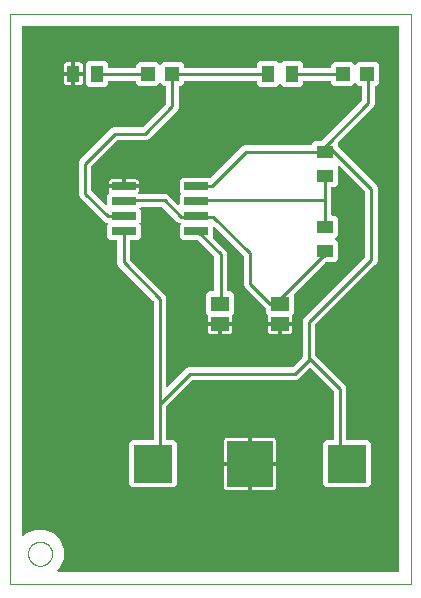
<source format=gtl>
G04 EAGLE Gerber RS-274X export*
G75*
%MOMM*%
%FSLAX34Y34*%
%LPD*%
%INTop Copper*%
%IPPOS*%
%AMOC8*
5,1,8,0,0,1.08239X$1,22.5*%
G01*
%ADD10C,0.000000*%
%ADD11R,1.500000X1.300000*%
%ADD12R,2.032000X0.660400*%
%ADD13R,1.200000X1.200000*%
%ADD14R,1.400000X1.100000*%
%ADD15R,1.100000X1.400000*%
%ADD16R,3.900000X3.900000*%
%ADD17R,3.200000X3.200000*%
%ADD18C,0.254000*%
%ADD19C,0.756400*%

G36*
X328698Y10164D02*
X328698Y10164D01*
X328717Y10162D01*
X328819Y10184D01*
X328921Y10200D01*
X328938Y10210D01*
X328958Y10214D01*
X329047Y10267D01*
X329138Y10316D01*
X329152Y10330D01*
X329169Y10340D01*
X329236Y10419D01*
X329308Y10494D01*
X329316Y10512D01*
X329329Y10527D01*
X329368Y10623D01*
X329411Y10717D01*
X329413Y10737D01*
X329421Y10755D01*
X329439Y10922D01*
X329439Y471578D01*
X329436Y471598D01*
X329438Y471617D01*
X329416Y471719D01*
X329400Y471821D01*
X329390Y471838D01*
X329386Y471858D01*
X329333Y471947D01*
X329284Y472038D01*
X329270Y472052D01*
X329260Y472069D01*
X329181Y472136D01*
X329106Y472208D01*
X329088Y472216D01*
X329073Y472229D01*
X328977Y472268D01*
X328883Y472311D01*
X328863Y472313D01*
X328845Y472321D01*
X328678Y472339D01*
X10922Y472339D01*
X10902Y472336D01*
X10883Y472338D01*
X10781Y472316D01*
X10679Y472300D01*
X10662Y472290D01*
X10642Y472286D01*
X10553Y472233D01*
X10462Y472184D01*
X10448Y472170D01*
X10431Y472160D01*
X10364Y472081D01*
X10292Y472006D01*
X10284Y471988D01*
X10271Y471973D01*
X10232Y471877D01*
X10189Y471783D01*
X10187Y471763D01*
X10179Y471745D01*
X10161Y471578D01*
X10161Y40736D01*
X10172Y40666D01*
X10174Y40594D01*
X10192Y40545D01*
X10200Y40494D01*
X10234Y40430D01*
X10259Y40363D01*
X10291Y40322D01*
X10316Y40276D01*
X10368Y40227D01*
X10412Y40171D01*
X10456Y40143D01*
X10494Y40107D01*
X10559Y40077D01*
X10619Y40038D01*
X10670Y40025D01*
X10717Y40003D01*
X10788Y39995D01*
X10858Y39978D01*
X10910Y39982D01*
X10961Y39976D01*
X11032Y39991D01*
X11103Y39997D01*
X11151Y40017D01*
X11202Y40028D01*
X11263Y40065D01*
X11329Y40093D01*
X11385Y40138D01*
X11413Y40155D01*
X11428Y40172D01*
X11460Y40198D01*
X13889Y42627D01*
X21358Y45721D01*
X29442Y45721D01*
X36911Y42627D01*
X42627Y36911D01*
X45721Y29442D01*
X45721Y21358D01*
X42627Y13889D01*
X40198Y11460D01*
X40156Y11402D01*
X40107Y11350D01*
X40085Y11303D01*
X40055Y11261D01*
X40033Y11192D01*
X40003Y11127D01*
X39998Y11075D01*
X39982Y11025D01*
X39984Y10954D01*
X39976Y10883D01*
X39987Y10832D01*
X39989Y10780D01*
X40013Y10712D01*
X40028Y10642D01*
X40055Y10597D01*
X40073Y10549D01*
X40118Y10493D01*
X40155Y10431D01*
X40194Y10397D01*
X40227Y10357D01*
X40287Y10318D01*
X40342Y10271D01*
X40390Y10252D01*
X40434Y10224D01*
X40503Y10206D01*
X40570Y10179D01*
X40641Y10171D01*
X40672Y10163D01*
X40695Y10165D01*
X40736Y10161D01*
X328678Y10161D01*
X328698Y10164D01*
G37*
%LPC*%
G36*
X103516Y81535D02*
X103516Y81535D01*
X101135Y83916D01*
X101135Y119284D01*
X103516Y121665D01*
X120904Y121665D01*
X120924Y121668D01*
X120943Y121666D01*
X121045Y121688D01*
X121147Y121704D01*
X121164Y121714D01*
X121184Y121718D01*
X121273Y121771D01*
X121364Y121820D01*
X121378Y121834D01*
X121395Y121844D01*
X121462Y121923D01*
X121534Y121998D01*
X121542Y122016D01*
X121555Y122031D01*
X121594Y122127D01*
X121637Y122221D01*
X121639Y122241D01*
X121647Y122259D01*
X121665Y122426D01*
X121665Y238775D01*
X121651Y238865D01*
X121643Y238956D01*
X121631Y238986D01*
X121626Y239018D01*
X121583Y239098D01*
X121547Y239182D01*
X121521Y239214D01*
X121510Y239235D01*
X121487Y239257D01*
X121442Y239313D01*
X91743Y269012D01*
X90931Y270973D01*
X90931Y290322D01*
X90929Y290333D01*
X90930Y290340D01*
X90929Y290347D01*
X90930Y290361D01*
X90908Y290463D01*
X90892Y290565D01*
X90882Y290582D01*
X90878Y290602D01*
X90825Y290691D01*
X90776Y290782D01*
X90762Y290796D01*
X90752Y290813D01*
X90673Y290880D01*
X90598Y290952D01*
X90580Y290960D01*
X90565Y290973D01*
X90469Y291012D01*
X90375Y291055D01*
X90355Y291057D01*
X90337Y291065D01*
X90170Y291083D01*
X84422Y291083D01*
X82041Y293464D01*
X82041Y303436D01*
X82867Y304262D01*
X82879Y304278D01*
X82895Y304290D01*
X82951Y304378D01*
X83011Y304461D01*
X83017Y304481D01*
X83028Y304497D01*
X83053Y304598D01*
X83083Y304697D01*
X83083Y304717D01*
X83088Y304736D01*
X83080Y304839D01*
X83077Y304942D01*
X83070Y304961D01*
X83068Y304981D01*
X83028Y305076D01*
X82992Y305173D01*
X82980Y305189D01*
X82972Y305207D01*
X82867Y305338D01*
X82613Y305592D01*
X82539Y305645D01*
X82470Y305705D01*
X82440Y305717D01*
X82414Y305736D01*
X82327Y305763D01*
X82242Y305797D01*
X82201Y305801D01*
X82178Y305808D01*
X82146Y305807D01*
X82075Y305815D01*
X81489Y305815D01*
X79528Y306627D01*
X58977Y327178D01*
X58165Y329139D01*
X58165Y356661D01*
X58977Y358622D01*
X85878Y385523D01*
X87839Y386335D01*
X111775Y386335D01*
X111865Y386349D01*
X111956Y386357D01*
X111986Y386369D01*
X112018Y386374D01*
X112098Y386417D01*
X112182Y386453D01*
X112214Y386479D01*
X112235Y386490D01*
X112257Y386513D01*
X112313Y386558D01*
X131942Y406187D01*
X131995Y406261D01*
X132055Y406330D01*
X132067Y406360D01*
X132086Y406387D01*
X132113Y406473D01*
X132147Y406558D01*
X132151Y406599D01*
X132158Y406622D01*
X132157Y406654D01*
X132165Y406725D01*
X132165Y420974D01*
X132162Y420994D01*
X132164Y421013D01*
X132142Y421115D01*
X132126Y421217D01*
X132116Y421234D01*
X132112Y421254D01*
X132059Y421343D01*
X132010Y421434D01*
X131996Y421448D01*
X131986Y421465D01*
X131907Y421532D01*
X131832Y421604D01*
X131814Y421612D01*
X131799Y421625D01*
X131703Y421664D01*
X131609Y421707D01*
X131589Y421709D01*
X131571Y421717D01*
X131404Y421735D01*
X129816Y421735D01*
X127538Y424013D01*
X127522Y424025D01*
X127510Y424041D01*
X127422Y424097D01*
X127339Y424157D01*
X127320Y424163D01*
X127303Y424174D01*
X127202Y424199D01*
X127103Y424229D01*
X127084Y424229D01*
X127064Y424234D01*
X126961Y424226D01*
X126858Y424223D01*
X126839Y424216D01*
X126819Y424214D01*
X126724Y424174D01*
X126627Y424138D01*
X126611Y424126D01*
X126593Y424118D01*
X126462Y424013D01*
X124184Y421735D01*
X108816Y421735D01*
X106435Y424116D01*
X106435Y425196D01*
X106432Y425216D01*
X106434Y425235D01*
X106412Y425337D01*
X106396Y425439D01*
X106386Y425456D01*
X106382Y425476D01*
X106329Y425565D01*
X106280Y425656D01*
X106266Y425670D01*
X106256Y425687D01*
X106177Y425754D01*
X106102Y425826D01*
X106084Y425834D01*
X106069Y425847D01*
X105973Y425886D01*
X105879Y425929D01*
X105859Y425931D01*
X105841Y425939D01*
X105674Y425957D01*
X83826Y425957D01*
X83806Y425954D01*
X83787Y425956D01*
X83685Y425934D01*
X83583Y425918D01*
X83566Y425908D01*
X83546Y425904D01*
X83457Y425851D01*
X83366Y425802D01*
X83352Y425788D01*
X83335Y425778D01*
X83268Y425699D01*
X83196Y425624D01*
X83188Y425606D01*
X83175Y425591D01*
X83136Y425495D01*
X83093Y425401D01*
X83091Y425381D01*
X83083Y425363D01*
X83065Y425196D01*
X83065Y423116D01*
X80684Y420735D01*
X66316Y420735D01*
X63935Y423116D01*
X63935Y440484D01*
X66316Y442865D01*
X80684Y442865D01*
X83065Y440484D01*
X83065Y437388D01*
X83068Y437368D01*
X83066Y437349D01*
X83088Y437247D01*
X83104Y437145D01*
X83114Y437128D01*
X83118Y437108D01*
X83171Y437019D01*
X83220Y436928D01*
X83234Y436914D01*
X83244Y436897D01*
X83323Y436830D01*
X83398Y436758D01*
X83416Y436750D01*
X83431Y436737D01*
X83527Y436698D01*
X83621Y436655D01*
X83641Y436653D01*
X83659Y436645D01*
X83826Y436627D01*
X105674Y436627D01*
X105694Y436630D01*
X105713Y436628D01*
X105815Y436650D01*
X105917Y436666D01*
X105934Y436676D01*
X105954Y436680D01*
X106043Y436733D01*
X106134Y436782D01*
X106148Y436796D01*
X106165Y436806D01*
X106232Y436885D01*
X106304Y436960D01*
X106312Y436978D01*
X106325Y436993D01*
X106364Y437089D01*
X106407Y437183D01*
X106409Y437203D01*
X106417Y437221D01*
X106435Y437388D01*
X106435Y439484D01*
X108816Y441865D01*
X124184Y441865D01*
X126462Y439587D01*
X126478Y439575D01*
X126490Y439559D01*
X126578Y439503D01*
X126661Y439443D01*
X126680Y439437D01*
X126697Y439426D01*
X126798Y439401D01*
X126897Y439371D01*
X126916Y439371D01*
X126936Y439366D01*
X127039Y439374D01*
X127142Y439377D01*
X127161Y439384D01*
X127181Y439386D01*
X127276Y439426D01*
X127373Y439462D01*
X127389Y439474D01*
X127407Y439482D01*
X127538Y439587D01*
X129816Y441865D01*
X145184Y441865D01*
X147565Y439484D01*
X147565Y437388D01*
X147568Y437368D01*
X147566Y437349D01*
X147588Y437247D01*
X147604Y437145D01*
X147614Y437128D01*
X147618Y437108D01*
X147671Y437019D01*
X147720Y436928D01*
X147734Y436914D01*
X147744Y436897D01*
X147823Y436830D01*
X147898Y436758D01*
X147916Y436750D01*
X147931Y436737D01*
X148027Y436698D01*
X148121Y436655D01*
X148141Y436653D01*
X148159Y436645D01*
X148326Y436627D01*
X208274Y436627D01*
X208294Y436630D01*
X208313Y436628D01*
X208415Y436650D01*
X208517Y436666D01*
X208534Y436676D01*
X208554Y436680D01*
X208643Y436733D01*
X208734Y436782D01*
X208748Y436796D01*
X208765Y436806D01*
X208832Y436885D01*
X208904Y436960D01*
X208912Y436978D01*
X208925Y436993D01*
X208964Y437089D01*
X209007Y437183D01*
X209009Y437203D01*
X209017Y437221D01*
X209035Y437388D01*
X209035Y440484D01*
X211416Y442865D01*
X225784Y442865D01*
X228062Y440587D01*
X228078Y440575D01*
X228090Y440559D01*
X228178Y440503D01*
X228261Y440443D01*
X228280Y440437D01*
X228297Y440426D01*
X228398Y440401D01*
X228497Y440371D01*
X228516Y440371D01*
X228536Y440366D01*
X228639Y440374D01*
X228742Y440377D01*
X228761Y440384D01*
X228781Y440386D01*
X228876Y440426D01*
X228973Y440462D01*
X228989Y440474D01*
X229007Y440482D01*
X229138Y440587D01*
X231416Y442865D01*
X245784Y442865D01*
X248165Y440484D01*
X248165Y437388D01*
X248168Y437368D01*
X248166Y437349D01*
X248188Y437247D01*
X248204Y437145D01*
X248214Y437128D01*
X248218Y437108D01*
X248271Y437019D01*
X248320Y436928D01*
X248334Y436914D01*
X248344Y436897D01*
X248423Y436830D01*
X248498Y436758D01*
X248516Y436750D01*
X248531Y436737D01*
X248627Y436698D01*
X248721Y436655D01*
X248741Y436653D01*
X248759Y436645D01*
X248926Y436627D01*
X270774Y436627D01*
X270794Y436630D01*
X270813Y436628D01*
X270915Y436650D01*
X271017Y436666D01*
X271034Y436676D01*
X271054Y436680D01*
X271143Y436733D01*
X271234Y436782D01*
X271248Y436796D01*
X271265Y436806D01*
X271332Y436885D01*
X271404Y436960D01*
X271412Y436978D01*
X271425Y436993D01*
X271464Y437089D01*
X271507Y437183D01*
X271509Y437203D01*
X271517Y437221D01*
X271535Y437388D01*
X271535Y439484D01*
X273916Y441865D01*
X289284Y441865D01*
X291562Y439587D01*
X291578Y439575D01*
X291590Y439559D01*
X291678Y439503D01*
X291761Y439443D01*
X291780Y439437D01*
X291797Y439426D01*
X291898Y439401D01*
X291997Y439371D01*
X292016Y439371D01*
X292036Y439366D01*
X292139Y439374D01*
X292242Y439377D01*
X292261Y439384D01*
X292281Y439386D01*
X292376Y439426D01*
X292473Y439462D01*
X292489Y439474D01*
X292507Y439482D01*
X292638Y439587D01*
X294916Y441865D01*
X310284Y441865D01*
X312665Y439484D01*
X312665Y424116D01*
X310284Y421735D01*
X309372Y421735D01*
X309352Y421732D01*
X309333Y421734D01*
X309231Y421712D01*
X309129Y421696D01*
X309112Y421686D01*
X309092Y421682D01*
X309003Y421629D01*
X308912Y421580D01*
X308898Y421566D01*
X308881Y421556D01*
X308814Y421477D01*
X308742Y421402D01*
X308734Y421384D01*
X308721Y421369D01*
X308682Y421273D01*
X308639Y421179D01*
X308637Y421159D01*
X308629Y421141D01*
X308611Y420974D01*
X308611Y405847D01*
X307799Y403886D01*
X277769Y373856D01*
X277757Y373840D01*
X277742Y373828D01*
X277685Y373740D01*
X277625Y373657D01*
X277619Y373638D01*
X277609Y373621D01*
X277583Y373520D01*
X277553Y373421D01*
X277553Y373402D01*
X277548Y373382D01*
X277556Y373279D01*
X277559Y373176D01*
X277566Y373157D01*
X277568Y373137D01*
X277608Y373042D01*
X277644Y372945D01*
X277656Y372929D01*
X277664Y372911D01*
X277765Y372785D01*
X277765Y370175D01*
X277779Y370085D01*
X277787Y369994D01*
X277799Y369964D01*
X277804Y369932D01*
X277847Y369852D01*
X277883Y369768D01*
X277909Y369736D01*
X277920Y369715D01*
X277943Y369693D01*
X277988Y369637D01*
X310339Y337286D01*
X311151Y335325D01*
X311151Y273259D01*
X310339Y271298D01*
X308731Y269690D01*
X258542Y219501D01*
X258489Y219427D01*
X258429Y219358D01*
X258417Y219328D01*
X258398Y219302D01*
X258371Y219215D01*
X258337Y219130D01*
X258333Y219089D01*
X258326Y219066D01*
X258327Y219034D01*
X258319Y218963D01*
X258319Y194041D01*
X258333Y193951D01*
X258341Y193860D01*
X258353Y193830D01*
X258358Y193798D01*
X258401Y193718D01*
X258437Y193634D01*
X258463Y193602D01*
X258474Y193581D01*
X258497Y193559D01*
X258542Y193503D01*
X283923Y168122D01*
X284735Y166161D01*
X284735Y122426D01*
X284738Y122406D01*
X284736Y122387D01*
X284758Y122285D01*
X284774Y122183D01*
X284784Y122166D01*
X284788Y122146D01*
X284841Y122057D01*
X284890Y121966D01*
X284904Y121952D01*
X284914Y121935D01*
X284993Y121868D01*
X285068Y121796D01*
X285086Y121788D01*
X285101Y121775D01*
X285197Y121736D01*
X285291Y121693D01*
X285311Y121691D01*
X285329Y121683D01*
X285496Y121665D01*
X302884Y121665D01*
X305265Y119284D01*
X305265Y83916D01*
X302884Y81535D01*
X267516Y81535D01*
X265135Y83916D01*
X265135Y119284D01*
X267516Y121665D01*
X273304Y121665D01*
X273324Y121668D01*
X273343Y121666D01*
X273445Y121688D01*
X273547Y121704D01*
X273564Y121714D01*
X273584Y121718D01*
X273673Y121771D01*
X273764Y121820D01*
X273778Y121834D01*
X273795Y121844D01*
X273862Y121923D01*
X273934Y121998D01*
X273942Y122016D01*
X273955Y122031D01*
X273994Y122127D01*
X274037Y122221D01*
X274039Y122241D01*
X274047Y122259D01*
X274065Y122426D01*
X274065Y162575D01*
X274051Y162665D01*
X274043Y162756D01*
X274031Y162786D01*
X274026Y162818D01*
X273983Y162898D01*
X273947Y162982D01*
X273921Y163014D01*
X273910Y163035D01*
X273887Y163057D01*
X273842Y163113D01*
X254538Y182417D01*
X254522Y182429D01*
X254510Y182444D01*
X254422Y182501D01*
X254339Y182561D01*
X254320Y182567D01*
X254303Y182577D01*
X254202Y182603D01*
X254103Y182633D01*
X254084Y182633D01*
X254064Y182638D01*
X253961Y182629D01*
X253858Y182627D01*
X253839Y182620D01*
X253819Y182618D01*
X253724Y182578D01*
X253627Y182542D01*
X253611Y182530D01*
X253593Y182522D01*
X253462Y182417D01*
X244322Y173277D01*
X242361Y172465D01*
X154925Y172465D01*
X154835Y172451D01*
X154744Y172443D01*
X154714Y172431D01*
X154682Y172426D01*
X154602Y172383D01*
X154518Y172347D01*
X154486Y172321D01*
X154465Y172310D01*
X154443Y172287D01*
X154387Y172242D01*
X132558Y150413D01*
X132505Y150339D01*
X132445Y150270D01*
X132433Y150240D01*
X132414Y150213D01*
X132387Y150127D01*
X132353Y150042D01*
X132349Y150001D01*
X132342Y149978D01*
X132343Y149946D01*
X132335Y149875D01*
X132335Y122426D01*
X132338Y122406D01*
X132336Y122387D01*
X132358Y122285D01*
X132374Y122183D01*
X132384Y122166D01*
X132388Y122146D01*
X132441Y122057D01*
X132490Y121966D01*
X132504Y121952D01*
X132514Y121935D01*
X132593Y121868D01*
X132668Y121796D01*
X132686Y121788D01*
X132701Y121775D01*
X132797Y121736D01*
X132891Y121693D01*
X132911Y121691D01*
X132929Y121683D01*
X133096Y121665D01*
X138884Y121665D01*
X141265Y119284D01*
X141265Y83916D01*
X138884Y81535D01*
X103516Y81535D01*
G37*
%LPD*%
G36*
X133206Y166372D02*
X133206Y166372D01*
X133277Y166378D01*
X133325Y166398D01*
X133376Y166409D01*
X133437Y166446D01*
X133503Y166474D01*
X133559Y166519D01*
X133587Y166535D01*
X133602Y166553D01*
X133634Y166579D01*
X149378Y182323D01*
X151339Y183135D01*
X238775Y183135D01*
X238865Y183149D01*
X238956Y183157D01*
X238986Y183169D01*
X239018Y183174D01*
X239098Y183217D01*
X239182Y183253D01*
X239214Y183279D01*
X239235Y183290D01*
X239257Y183313D01*
X239313Y183358D01*
X247426Y191471D01*
X247479Y191545D01*
X247539Y191614D01*
X247551Y191644D01*
X247570Y191671D01*
X247597Y191757D01*
X247631Y191842D01*
X247635Y191883D01*
X247642Y191906D01*
X247641Y191938D01*
X247649Y192009D01*
X247649Y222549D01*
X248461Y224510D01*
X250069Y226118D01*
X300258Y276307D01*
X300311Y276381D01*
X300371Y276450D01*
X300383Y276480D01*
X300402Y276506D01*
X300429Y276593D01*
X300463Y276678D01*
X300467Y276719D01*
X300474Y276742D01*
X300473Y276774D01*
X300481Y276845D01*
X300481Y331739D01*
X300467Y331829D01*
X300459Y331920D01*
X300447Y331950D01*
X300442Y331982D01*
X300399Y332062D01*
X300363Y332146D01*
X300337Y332178D01*
X300326Y332199D01*
X300303Y332221D01*
X300258Y332277D01*
X279064Y353471D01*
X279006Y353513D01*
X278954Y353563D01*
X278907Y353585D01*
X278865Y353615D01*
X278796Y353636D01*
X278731Y353666D01*
X278679Y353672D01*
X278629Y353687D01*
X278558Y353685D01*
X278487Y353693D01*
X278436Y353682D01*
X278384Y353681D01*
X278316Y353656D01*
X278246Y353641D01*
X278201Y353614D01*
X278153Y353596D01*
X278097Y353552D01*
X278035Y353515D01*
X278001Y353475D01*
X277961Y353443D01*
X277922Y353382D01*
X277875Y353328D01*
X277856Y353280D01*
X277828Y353236D01*
X277810Y353166D01*
X277783Y353100D01*
X277775Y353028D01*
X277767Y352997D01*
X277769Y352974D01*
X277765Y352933D01*
X277765Y338416D01*
X275384Y336035D01*
X272796Y336035D01*
X272776Y336032D01*
X272757Y336034D01*
X272655Y336012D01*
X272553Y335996D01*
X272536Y335986D01*
X272516Y335982D01*
X272427Y335929D01*
X272336Y335880D01*
X272322Y335866D01*
X272305Y335856D01*
X272238Y335777D01*
X272166Y335702D01*
X272158Y335684D01*
X272145Y335669D01*
X272106Y335573D01*
X272063Y335479D01*
X272061Y335459D01*
X272053Y335441D01*
X272035Y335274D01*
X272035Y312426D01*
X272038Y312406D01*
X272036Y312387D01*
X272058Y312285D01*
X272074Y312183D01*
X272084Y312166D01*
X272088Y312146D01*
X272141Y312057D01*
X272190Y311966D01*
X272204Y311952D01*
X272214Y311935D01*
X272293Y311868D01*
X272368Y311796D01*
X272386Y311788D01*
X272401Y311775D01*
X272497Y311736D01*
X272591Y311693D01*
X272611Y311691D01*
X272629Y311683D01*
X272796Y311665D01*
X275384Y311665D01*
X277765Y309284D01*
X277765Y294916D01*
X275487Y292638D01*
X275475Y292622D01*
X275459Y292610D01*
X275403Y292522D01*
X275343Y292439D01*
X275337Y292420D01*
X275326Y292403D01*
X275301Y292302D01*
X275271Y292203D01*
X275271Y292184D01*
X275266Y292164D01*
X275274Y292061D01*
X275277Y291958D01*
X275284Y291939D01*
X275286Y291919D01*
X275326Y291824D01*
X275362Y291727D01*
X275374Y291711D01*
X275382Y291693D01*
X275487Y291562D01*
X277765Y289284D01*
X277765Y274916D01*
X275384Y272535D01*
X269124Y272535D01*
X269060Y272525D01*
X268994Y272524D01*
X268914Y272501D01*
X268882Y272496D01*
X268865Y272486D01*
X268833Y272477D01*
X267761Y272033D01*
X267193Y272033D01*
X267103Y272019D01*
X267012Y272011D01*
X266982Y271999D01*
X266950Y271994D01*
X266870Y271951D01*
X266786Y271915D01*
X266754Y271889D01*
X266733Y271878D01*
X266731Y271876D01*
X266730Y271876D01*
X266710Y271855D01*
X266655Y271810D01*
X240388Y245543D01*
X240335Y245469D01*
X240275Y245400D01*
X240263Y245370D01*
X240244Y245343D01*
X240217Y245257D01*
X240183Y245172D01*
X240179Y245131D01*
X240172Y245108D01*
X240173Y245076D01*
X240165Y245005D01*
X240165Y228916D01*
X238855Y227606D01*
X238815Y227551D01*
X238768Y227502D01*
X238744Y227452D01*
X238711Y227407D01*
X238691Y227342D01*
X238662Y227280D01*
X238655Y227225D01*
X238639Y227172D01*
X238641Y227104D01*
X238632Y227036D01*
X238641Y226982D01*
X238641Y221623D01*
X229362Y221623D01*
X229342Y221620D01*
X229323Y221622D01*
X229221Y221600D01*
X229119Y221583D01*
X229102Y221574D01*
X229082Y221570D01*
X228993Y221517D01*
X228902Y221468D01*
X228888Y221454D01*
X228871Y221444D01*
X228804Y221365D01*
X228733Y221290D01*
X228724Y221272D01*
X228711Y221257D01*
X228672Y221161D01*
X228629Y221067D01*
X228627Y221047D01*
X228619Y221029D01*
X228601Y220862D01*
X228601Y220099D01*
X228599Y220099D01*
X228599Y220862D01*
X228596Y220882D01*
X228598Y220901D01*
X228576Y221003D01*
X228559Y221105D01*
X228550Y221122D01*
X228546Y221142D01*
X228493Y221231D01*
X228444Y221322D01*
X228430Y221336D01*
X228420Y221353D01*
X228341Y221420D01*
X228266Y221491D01*
X228248Y221500D01*
X228233Y221513D01*
X228137Y221552D01*
X228043Y221595D01*
X228023Y221597D01*
X228005Y221605D01*
X227838Y221623D01*
X218559Y221623D01*
X218559Y226979D01*
X218566Y227004D01*
X218561Y227059D01*
X218567Y227115D01*
X218552Y227181D01*
X218546Y227249D01*
X218525Y227300D01*
X218512Y227355D01*
X218477Y227413D01*
X218450Y227475D01*
X218401Y227537D01*
X218384Y227565D01*
X218368Y227578D01*
X218345Y227606D01*
X217035Y228916D01*
X217035Y232305D01*
X217021Y232395D01*
X217013Y232486D01*
X217001Y232516D01*
X216996Y232548D01*
X216953Y232628D01*
X216917Y232712D01*
X216891Y232744D01*
X216880Y232765D01*
X216857Y232787D01*
X216812Y232843D01*
X198677Y250978D01*
X197865Y252939D01*
X197865Y277383D01*
X197864Y277393D01*
X197864Y277399D01*
X197858Y277429D01*
X197851Y277473D01*
X197843Y277564D01*
X197831Y277594D01*
X197826Y277626D01*
X197783Y277706D01*
X197747Y277790D01*
X197721Y277822D01*
X197710Y277843D01*
X197687Y277865D01*
X197642Y277921D01*
X173258Y302305D01*
X173200Y302347D01*
X173148Y302397D01*
X173101Y302419D01*
X173059Y302449D01*
X172990Y302470D01*
X172925Y302500D01*
X172873Y302506D01*
X172823Y302521D01*
X172752Y302519D01*
X172681Y302527D01*
X172630Y302516D01*
X172578Y302515D01*
X172510Y302490D01*
X172440Y302475D01*
X172395Y302448D01*
X172347Y302430D01*
X172291Y302386D01*
X172229Y302349D01*
X172195Y302309D01*
X172155Y302277D01*
X172116Y302216D01*
X172069Y302162D01*
X172050Y302114D01*
X172022Y302070D01*
X172004Y302000D01*
X171977Y301934D01*
X171969Y301862D01*
X171961Y301831D01*
X171963Y301808D01*
X171959Y301767D01*
X171959Y293283D01*
X171942Y293228D01*
X171942Y293209D01*
X171937Y293189D01*
X171945Y293086D01*
X171948Y292983D01*
X171955Y292964D01*
X171957Y292944D01*
X171997Y292849D01*
X172033Y292752D01*
X172045Y292736D01*
X172053Y292718D01*
X172158Y292587D01*
X182831Y281914D01*
X183643Y279953D01*
X183643Y248426D01*
X183646Y248409D01*
X183644Y248393D01*
X183644Y248390D01*
X183644Y248387D01*
X183666Y248285D01*
X183682Y248183D01*
X183692Y248166D01*
X183696Y248146D01*
X183749Y248057D01*
X183798Y247966D01*
X183812Y247952D01*
X183822Y247935D01*
X183901Y247868D01*
X183976Y247796D01*
X183994Y247788D01*
X184009Y247775D01*
X184105Y247736D01*
X184199Y247693D01*
X184219Y247691D01*
X184237Y247683D01*
X184404Y247665D01*
X186984Y247665D01*
X189365Y245284D01*
X189365Y228916D01*
X188055Y227606D01*
X188015Y227552D01*
X187968Y227503D01*
X187944Y227452D01*
X187911Y227407D01*
X187891Y227342D01*
X187862Y227281D01*
X187855Y227225D01*
X187839Y227172D01*
X187841Y227104D01*
X187832Y227037D01*
X187841Y226983D01*
X187841Y221623D01*
X178562Y221623D01*
X178542Y221620D01*
X178523Y221622D01*
X178421Y221600D01*
X178319Y221583D01*
X178302Y221574D01*
X178282Y221570D01*
X178193Y221517D01*
X178102Y221468D01*
X178088Y221454D01*
X178071Y221444D01*
X178004Y221365D01*
X177933Y221290D01*
X177924Y221272D01*
X177911Y221257D01*
X177872Y221161D01*
X177829Y221067D01*
X177827Y221047D01*
X177819Y221029D01*
X177801Y220862D01*
X177801Y220099D01*
X177799Y220099D01*
X177799Y220862D01*
X177796Y220882D01*
X177798Y220901D01*
X177776Y221003D01*
X177759Y221105D01*
X177750Y221122D01*
X177746Y221142D01*
X177693Y221231D01*
X177644Y221322D01*
X177630Y221336D01*
X177620Y221353D01*
X177541Y221420D01*
X177466Y221491D01*
X177448Y221500D01*
X177433Y221513D01*
X177337Y221552D01*
X177243Y221595D01*
X177223Y221597D01*
X177205Y221605D01*
X177038Y221623D01*
X167759Y221623D01*
X167759Y226979D01*
X167766Y227004D01*
X167761Y227059D01*
X167767Y227115D01*
X167752Y227181D01*
X167746Y227249D01*
X167725Y227300D01*
X167712Y227355D01*
X167677Y227413D01*
X167650Y227475D01*
X167601Y227537D01*
X167584Y227565D01*
X167568Y227578D01*
X167545Y227606D01*
X166235Y228916D01*
X166235Y245284D01*
X168616Y247665D01*
X172212Y247665D01*
X172232Y247668D01*
X172251Y247666D01*
X172353Y247688D01*
X172455Y247704D01*
X172472Y247714D01*
X172492Y247718D01*
X172581Y247771D01*
X172672Y247820D01*
X172686Y247834D01*
X172703Y247844D01*
X172770Y247923D01*
X172842Y247998D01*
X172850Y248016D01*
X172863Y248031D01*
X172902Y248127D01*
X172945Y248221D01*
X172947Y248241D01*
X172955Y248259D01*
X172973Y248426D01*
X172973Y276367D01*
X172959Y276457D01*
X172951Y276548D01*
X172939Y276578D01*
X172934Y276610D01*
X172891Y276690D01*
X172855Y276774D01*
X172829Y276806D01*
X172818Y276827D01*
X172795Y276849D01*
X172750Y276905D01*
X158795Y290860D01*
X158721Y290913D01*
X158652Y290973D01*
X158622Y290985D01*
X158595Y291004D01*
X158509Y291031D01*
X158424Y291065D01*
X158383Y291069D01*
X158360Y291076D01*
X158328Y291075D01*
X158257Y291083D01*
X145890Y291083D01*
X143509Y293464D01*
X143509Y303436D01*
X144335Y304262D01*
X144377Y304320D01*
X144427Y304372D01*
X144449Y304419D01*
X144479Y304461D01*
X144500Y304530D01*
X144530Y304595D01*
X144536Y304647D01*
X144551Y304697D01*
X144549Y304768D01*
X144557Y304839D01*
X144546Y304890D01*
X144545Y304942D01*
X144520Y305010D01*
X144505Y305080D01*
X144478Y305124D01*
X144460Y305173D01*
X144416Y305229D01*
X144379Y305291D01*
X144339Y305325D01*
X144307Y305365D01*
X144246Y305404D01*
X144192Y305451D01*
X144144Y305470D01*
X144100Y305498D01*
X144030Y305516D01*
X143964Y305543D01*
X143892Y305551D01*
X143861Y305559D01*
X143838Y305557D01*
X143797Y305561D01*
X143719Y305561D01*
X141758Y306373D01*
X129077Y319054D01*
X129003Y319107D01*
X128934Y319167D01*
X128904Y319179D01*
X128877Y319198D01*
X128791Y319225D01*
X128706Y319259D01*
X128665Y319263D01*
X128642Y319270D01*
X128610Y319269D01*
X128539Y319277D01*
X111219Y319277D01*
X111129Y319263D01*
X111038Y319255D01*
X111008Y319243D01*
X110976Y319238D01*
X110896Y319195D01*
X110812Y319159D01*
X110779Y319133D01*
X110759Y319122D01*
X110737Y319099D01*
X110681Y319054D01*
X109665Y318038D01*
X109653Y318022D01*
X109637Y318010D01*
X109581Y317922D01*
X109521Y317839D01*
X109515Y317820D01*
X109504Y317803D01*
X109479Y317702D01*
X109449Y317603D01*
X109449Y317584D01*
X109444Y317564D01*
X109452Y317461D01*
X109455Y317358D01*
X109462Y317339D01*
X109464Y317319D01*
X109504Y317224D01*
X109540Y317127D01*
X109552Y317111D01*
X109560Y317093D01*
X109665Y316962D01*
X110491Y316136D01*
X110491Y306164D01*
X109665Y305338D01*
X109653Y305322D01*
X109637Y305310D01*
X109581Y305222D01*
X109521Y305139D01*
X109515Y305120D01*
X109504Y305103D01*
X109479Y305002D01*
X109449Y304903D01*
X109449Y304884D01*
X109444Y304864D01*
X109452Y304761D01*
X109455Y304658D01*
X109462Y304639D01*
X109464Y304619D01*
X109504Y304524D01*
X109540Y304427D01*
X109552Y304411D01*
X109560Y304393D01*
X109665Y304262D01*
X110491Y303436D01*
X110491Y293464D01*
X108110Y291083D01*
X102362Y291083D01*
X102342Y291080D01*
X102323Y291082D01*
X102221Y291060D01*
X102119Y291044D01*
X102102Y291034D01*
X102082Y291030D01*
X101993Y290977D01*
X101902Y290928D01*
X101888Y290914D01*
X101871Y290904D01*
X101804Y290825D01*
X101732Y290750D01*
X101724Y290732D01*
X101711Y290717D01*
X101672Y290621D01*
X101629Y290527D01*
X101627Y290507D01*
X101619Y290489D01*
X101601Y290322D01*
X101601Y274559D01*
X101615Y274469D01*
X101623Y274378D01*
X101635Y274348D01*
X101640Y274316D01*
X101683Y274236D01*
X101719Y274152D01*
X101745Y274120D01*
X101756Y274099D01*
X101779Y274077D01*
X101824Y274021D01*
X131523Y244322D01*
X132335Y242361D01*
X132335Y167117D01*
X132346Y167046D01*
X132348Y166975D01*
X132366Y166926D01*
X132374Y166874D01*
X132408Y166811D01*
X132433Y166744D01*
X132465Y166703D01*
X132490Y166657D01*
X132542Y166608D01*
X132586Y166552D01*
X132630Y166523D01*
X132668Y166487D01*
X132733Y166457D01*
X132793Y166419D01*
X132844Y166406D01*
X132891Y166384D01*
X132962Y166376D01*
X133032Y166358D01*
X133084Y166363D01*
X133135Y166357D01*
X133206Y166372D01*
G37*
G36*
X81370Y320292D02*
X81370Y320292D01*
X81422Y320293D01*
X81490Y320318D01*
X81560Y320333D01*
X81605Y320360D01*
X81653Y320378D01*
X81709Y320422D01*
X81771Y320459D01*
X81805Y320499D01*
X81845Y320531D01*
X81884Y320592D01*
X81931Y320646D01*
X81950Y320694D01*
X81978Y320738D01*
X81996Y320808D01*
X82023Y320874D01*
X82031Y320946D01*
X82039Y320977D01*
X82037Y321000D01*
X82041Y321041D01*
X82041Y328836D01*
X83960Y330755D01*
X83986Y330790D01*
X84018Y330820D01*
X84057Y330889D01*
X84104Y330954D01*
X84117Y330996D01*
X84138Y331035D01*
X84153Y331113D01*
X84176Y331189D01*
X84175Y331233D01*
X84183Y331276D01*
X84172Y331355D01*
X84170Y331435D01*
X84155Y331476D01*
X84149Y331520D01*
X84090Y331653D01*
X84085Y331666D01*
X84083Y331669D01*
X84081Y331674D01*
X83738Y332267D01*
X83565Y332914D01*
X83565Y335027D01*
X95504Y335027D01*
X95524Y335030D01*
X95543Y335028D01*
X95645Y335050D01*
X95747Y335067D01*
X95764Y335076D01*
X95784Y335080D01*
X95873Y335133D01*
X95964Y335182D01*
X95978Y335196D01*
X95995Y335206D01*
X96062Y335285D01*
X96133Y335360D01*
X96142Y335378D01*
X96155Y335393D01*
X96194Y335489D01*
X96237Y335583D01*
X96239Y335603D01*
X96247Y335621D01*
X96265Y335788D01*
X96265Y336551D01*
X96267Y336551D01*
X96267Y335788D01*
X96270Y335768D01*
X96268Y335749D01*
X96290Y335647D01*
X96307Y335545D01*
X96316Y335528D01*
X96320Y335508D01*
X96373Y335419D01*
X96422Y335328D01*
X96436Y335314D01*
X96446Y335297D01*
X96525Y335230D01*
X96600Y335159D01*
X96618Y335150D01*
X96633Y335137D01*
X96729Y335098D01*
X96823Y335055D01*
X96843Y335053D01*
X96861Y335045D01*
X97028Y335027D01*
X108967Y335027D01*
X108967Y332914D01*
X108794Y332267D01*
X108451Y331674D01*
X108435Y331633D01*
X108412Y331596D01*
X108392Y331518D01*
X108364Y331443D01*
X108362Y331400D01*
X108351Y331357D01*
X108358Y331278D01*
X108355Y331198D01*
X108367Y331156D01*
X108371Y331112D01*
X108402Y331038D01*
X108425Y330962D01*
X108450Y330926D01*
X108467Y330886D01*
X108558Y330772D01*
X108566Y330761D01*
X108569Y330759D01*
X108572Y330755D01*
X109157Y330170D01*
X109231Y330116D01*
X109300Y330057D01*
X109330Y330045D01*
X109356Y330026D01*
X109444Y329999D01*
X109528Y329965D01*
X109569Y329961D01*
X109592Y329954D01*
X109624Y329955D01*
X109695Y329947D01*
X132125Y329947D01*
X134086Y329135D01*
X142210Y321011D01*
X142268Y320969D01*
X142320Y320919D01*
X142367Y320898D01*
X142409Y320867D01*
X142478Y320846D01*
X142543Y320816D01*
X142595Y320810D01*
X142645Y320795D01*
X142716Y320797D01*
X142787Y320789D01*
X142838Y320800D01*
X142890Y320801D01*
X142958Y320826D01*
X143028Y320841D01*
X143073Y320868D01*
X143121Y320886D01*
X143177Y320930D01*
X143239Y320967D01*
X143273Y321007D01*
X143313Y321039D01*
X143352Y321100D01*
X143399Y321154D01*
X143418Y321202D01*
X143446Y321246D01*
X143464Y321316D01*
X143491Y321382D01*
X143499Y321454D01*
X143507Y321485D01*
X143505Y321508D01*
X143509Y321549D01*
X143509Y328836D01*
X144335Y329662D01*
X144347Y329678D01*
X144363Y329690D01*
X144419Y329778D01*
X144479Y329861D01*
X144485Y329880D01*
X144496Y329897D01*
X144521Y329998D01*
X144551Y330097D01*
X144551Y330116D01*
X144556Y330136D01*
X144548Y330239D01*
X144545Y330342D01*
X144538Y330361D01*
X144536Y330381D01*
X144496Y330476D01*
X144460Y330573D01*
X144448Y330589D01*
X144440Y330607D01*
X144335Y330738D01*
X143509Y331564D01*
X143509Y341536D01*
X145890Y343917D01*
X169758Y343917D01*
X169813Y343900D01*
X169833Y343900D01*
X169853Y343895D01*
X169955Y343903D01*
X170059Y343906D01*
X170078Y343913D01*
X170098Y343915D01*
X170193Y343955D01*
X170290Y343990D01*
X170306Y344003D01*
X170324Y344011D01*
X170455Y344116D01*
X196622Y370283D01*
X198583Y371095D01*
X254874Y371095D01*
X254894Y371098D01*
X254913Y371096D01*
X255015Y371118D01*
X255117Y371134D01*
X255134Y371144D01*
X255154Y371148D01*
X255243Y371201D01*
X255334Y371250D01*
X255348Y371264D01*
X255365Y371274D01*
X255432Y371353D01*
X255504Y371428D01*
X255512Y371446D01*
X255525Y371461D01*
X255564Y371557D01*
X255607Y371651D01*
X255609Y371671D01*
X255617Y371689D01*
X255635Y371856D01*
X255635Y372784D01*
X258016Y375165D01*
X263673Y375165D01*
X263763Y375179D01*
X263854Y375187D01*
X263884Y375199D01*
X263916Y375204D01*
X263996Y375247D01*
X264080Y375283D01*
X264112Y375309D01*
X264133Y375320D01*
X264155Y375343D01*
X264211Y375388D01*
X297718Y408895D01*
X297771Y408969D01*
X297831Y409038D01*
X297843Y409068D01*
X297862Y409095D01*
X297889Y409181D01*
X297923Y409266D01*
X297927Y409307D01*
X297934Y409330D01*
X297933Y409362D01*
X297941Y409433D01*
X297941Y420974D01*
X297938Y420994D01*
X297940Y421013D01*
X297918Y421115D01*
X297902Y421217D01*
X297892Y421234D01*
X297888Y421254D01*
X297835Y421343D01*
X297786Y421434D01*
X297772Y421448D01*
X297762Y421465D01*
X297683Y421532D01*
X297608Y421604D01*
X297590Y421612D01*
X297575Y421625D01*
X297479Y421664D01*
X297385Y421707D01*
X297365Y421709D01*
X297347Y421717D01*
X297180Y421735D01*
X294916Y421735D01*
X292638Y424013D01*
X292622Y424025D01*
X292610Y424041D01*
X292522Y424097D01*
X292439Y424157D01*
X292420Y424163D01*
X292403Y424174D01*
X292302Y424199D01*
X292203Y424229D01*
X292184Y424229D01*
X292164Y424234D01*
X292061Y424226D01*
X291958Y424223D01*
X291939Y424216D01*
X291919Y424214D01*
X291824Y424174D01*
X291727Y424138D01*
X291711Y424126D01*
X291693Y424118D01*
X291562Y424013D01*
X289284Y421735D01*
X273916Y421735D01*
X271535Y424116D01*
X271535Y425196D01*
X271532Y425216D01*
X271534Y425235D01*
X271512Y425337D01*
X271496Y425439D01*
X271486Y425456D01*
X271482Y425476D01*
X271429Y425565D01*
X271380Y425656D01*
X271366Y425670D01*
X271356Y425687D01*
X271277Y425754D01*
X271202Y425826D01*
X271184Y425834D01*
X271169Y425847D01*
X271073Y425886D01*
X270979Y425929D01*
X270959Y425931D01*
X270941Y425939D01*
X270774Y425957D01*
X248926Y425957D01*
X248906Y425954D01*
X248887Y425956D01*
X248785Y425934D01*
X248683Y425918D01*
X248666Y425908D01*
X248646Y425904D01*
X248557Y425851D01*
X248466Y425802D01*
X248452Y425788D01*
X248435Y425778D01*
X248368Y425699D01*
X248296Y425624D01*
X248288Y425606D01*
X248275Y425591D01*
X248236Y425495D01*
X248193Y425401D01*
X248191Y425381D01*
X248183Y425363D01*
X248165Y425196D01*
X248165Y423116D01*
X245784Y420735D01*
X231416Y420735D01*
X229138Y423013D01*
X229122Y423025D01*
X229110Y423041D01*
X229022Y423097D01*
X228939Y423157D01*
X228920Y423163D01*
X228903Y423174D01*
X228802Y423199D01*
X228703Y423229D01*
X228684Y423229D01*
X228664Y423234D01*
X228561Y423226D01*
X228458Y423223D01*
X228439Y423216D01*
X228419Y423214D01*
X228324Y423174D01*
X228227Y423138D01*
X228211Y423126D01*
X228193Y423118D01*
X228062Y423013D01*
X225784Y420735D01*
X211416Y420735D01*
X209035Y423116D01*
X209035Y425196D01*
X209032Y425216D01*
X209034Y425235D01*
X209012Y425337D01*
X208996Y425439D01*
X208986Y425456D01*
X208982Y425476D01*
X208929Y425565D01*
X208880Y425656D01*
X208866Y425670D01*
X208856Y425687D01*
X208777Y425754D01*
X208702Y425826D01*
X208684Y425834D01*
X208669Y425847D01*
X208573Y425886D01*
X208479Y425929D01*
X208459Y425931D01*
X208441Y425939D01*
X208274Y425957D01*
X148326Y425957D01*
X148306Y425954D01*
X148287Y425956D01*
X148185Y425934D01*
X148083Y425918D01*
X148066Y425908D01*
X148046Y425904D01*
X147957Y425851D01*
X147866Y425802D01*
X147852Y425788D01*
X147835Y425778D01*
X147768Y425699D01*
X147696Y425624D01*
X147688Y425606D01*
X147675Y425591D01*
X147636Y425495D01*
X147593Y425401D01*
X147591Y425381D01*
X147583Y425363D01*
X147565Y425196D01*
X147565Y424116D01*
X145184Y421735D01*
X143596Y421735D01*
X143576Y421732D01*
X143557Y421734D01*
X143455Y421712D01*
X143353Y421696D01*
X143336Y421686D01*
X143316Y421682D01*
X143227Y421629D01*
X143136Y421580D01*
X143122Y421566D01*
X143105Y421556D01*
X143038Y421477D01*
X142966Y421402D01*
X142958Y421384D01*
X142945Y421369D01*
X142906Y421273D01*
X142863Y421179D01*
X142861Y421159D01*
X142853Y421141D01*
X142835Y420974D01*
X142835Y403139D01*
X142023Y401178D01*
X117322Y376477D01*
X115361Y375665D01*
X91425Y375665D01*
X91335Y375651D01*
X91244Y375643D01*
X91214Y375631D01*
X91182Y375626D01*
X91102Y375583D01*
X91018Y375547D01*
X90986Y375521D01*
X90965Y375510D01*
X90943Y375487D01*
X90887Y375442D01*
X69058Y353613D01*
X69005Y353539D01*
X68945Y353470D01*
X68933Y353440D01*
X68914Y353413D01*
X68887Y353327D01*
X68853Y353242D01*
X68849Y353201D01*
X68842Y353178D01*
X68843Y353146D01*
X68835Y353075D01*
X68835Y332725D01*
X68849Y332635D01*
X68857Y332544D01*
X68869Y332514D01*
X68874Y332482D01*
X68917Y332402D01*
X68953Y332318D01*
X68979Y332286D01*
X68990Y332265D01*
X69013Y332243D01*
X69058Y332187D01*
X80742Y320503D01*
X80800Y320461D01*
X80852Y320411D01*
X80899Y320390D01*
X80941Y320359D01*
X81010Y320338D01*
X81075Y320308D01*
X81127Y320302D01*
X81177Y320287D01*
X81248Y320289D01*
X81319Y320281D01*
X81370Y320292D01*
G37*
%LPC*%
G36*
X204723Y103123D02*
X204723Y103123D01*
X204723Y123641D01*
X223034Y123641D01*
X223681Y123468D01*
X224260Y123133D01*
X224733Y122660D01*
X225068Y122081D01*
X225241Y121434D01*
X225241Y103123D01*
X204723Y103123D01*
G37*
%LPD*%
%LPC*%
G36*
X181159Y103123D02*
X181159Y103123D01*
X181159Y121434D01*
X181332Y122081D01*
X181667Y122660D01*
X182140Y123133D01*
X182719Y123468D01*
X183366Y123641D01*
X201677Y123641D01*
X201677Y103123D01*
X181159Y103123D01*
G37*
%LPD*%
%LPC*%
G36*
X204723Y79559D02*
X204723Y79559D01*
X204723Y100077D01*
X225241Y100077D01*
X225241Y81766D01*
X225068Y81119D01*
X224733Y80540D01*
X224260Y80067D01*
X223681Y79732D01*
X223034Y79559D01*
X204723Y79559D01*
G37*
%LPD*%
%LPC*%
G36*
X183366Y79559D02*
X183366Y79559D01*
X182719Y79732D01*
X182140Y80067D01*
X181667Y80540D01*
X181332Y81119D01*
X181159Y81766D01*
X181159Y100077D01*
X201677Y100077D01*
X201677Y79559D01*
X183366Y79559D01*
G37*
%LPD*%
%LPC*%
G36*
X230123Y211059D02*
X230123Y211059D01*
X230123Y218577D01*
X238641Y218577D01*
X238641Y213266D01*
X238468Y212619D01*
X238133Y212040D01*
X237660Y211567D01*
X237081Y211232D01*
X236434Y211059D01*
X230123Y211059D01*
G37*
%LPD*%
%LPC*%
G36*
X179323Y211059D02*
X179323Y211059D01*
X179323Y218577D01*
X187841Y218577D01*
X187841Y213266D01*
X187668Y212619D01*
X187333Y212040D01*
X186860Y211567D01*
X186281Y211232D01*
X185634Y211059D01*
X179323Y211059D01*
G37*
%LPD*%
%LPC*%
G36*
X220766Y211059D02*
X220766Y211059D01*
X220119Y211232D01*
X219540Y211567D01*
X219067Y212040D01*
X218732Y212619D01*
X218559Y213266D01*
X218559Y218577D01*
X227077Y218577D01*
X227077Y211059D01*
X220766Y211059D01*
G37*
%LPD*%
%LPC*%
G36*
X169966Y211059D02*
X169966Y211059D01*
X169319Y211232D01*
X168740Y211567D01*
X168267Y212040D01*
X167932Y212619D01*
X167759Y213266D01*
X167759Y218577D01*
X176277Y218577D01*
X176277Y211059D01*
X169966Y211059D01*
G37*
%LPD*%
%LPC*%
G36*
X55023Y433323D02*
X55023Y433323D01*
X55023Y441341D01*
X59334Y441341D01*
X59981Y441168D01*
X60560Y440833D01*
X61033Y440360D01*
X61368Y439781D01*
X61541Y439134D01*
X61541Y433323D01*
X55023Y433323D01*
G37*
%LPD*%
%LPC*%
G36*
X55023Y422259D02*
X55023Y422259D01*
X55023Y430277D01*
X61541Y430277D01*
X61541Y424466D01*
X61368Y423819D01*
X61033Y423240D01*
X60560Y422767D01*
X59981Y422432D01*
X59334Y422259D01*
X55023Y422259D01*
G37*
%LPD*%
%LPC*%
G36*
X45459Y433323D02*
X45459Y433323D01*
X45459Y439134D01*
X45632Y439781D01*
X45967Y440360D01*
X46440Y440833D01*
X47019Y441168D01*
X47666Y441341D01*
X51977Y441341D01*
X51977Y433323D01*
X45459Y433323D01*
G37*
%LPD*%
%LPC*%
G36*
X47666Y422259D02*
X47666Y422259D01*
X47019Y422432D01*
X46440Y422767D01*
X45967Y423240D01*
X45632Y423819D01*
X45459Y424466D01*
X45459Y430277D01*
X51977Y430277D01*
X51977Y422259D01*
X47666Y422259D01*
G37*
%LPD*%
%LPC*%
G36*
X97789Y338073D02*
X97789Y338073D01*
X97789Y342393D01*
X106760Y342393D01*
X107407Y342220D01*
X107986Y341885D01*
X108459Y341412D01*
X108794Y340833D01*
X108967Y340186D01*
X108967Y338073D01*
X97789Y338073D01*
G37*
%LPD*%
%LPC*%
G36*
X83565Y338073D02*
X83565Y338073D01*
X83565Y340186D01*
X83738Y340833D01*
X84073Y341412D01*
X84546Y341885D01*
X85125Y342220D01*
X85772Y342393D01*
X94743Y342393D01*
X94743Y338073D01*
X83565Y338073D01*
G37*
%LPD*%
%LPC*%
G36*
X53499Y431799D02*
X53499Y431799D01*
X53499Y431801D01*
X53501Y431801D01*
X53501Y431799D01*
X53499Y431799D01*
G37*
%LPD*%
%LPC*%
G36*
X203199Y101599D02*
X203199Y101599D01*
X203199Y101601D01*
X203201Y101601D01*
X203201Y101599D01*
X203199Y101599D01*
G37*
%LPD*%
D10*
X0Y0D02*
X339600Y0D01*
X339600Y482500D01*
X0Y482500D01*
X0Y0D01*
X15240Y25400D02*
X15243Y25649D01*
X15252Y25899D01*
X15268Y26147D01*
X15289Y26396D01*
X15316Y26644D01*
X15350Y26891D01*
X15390Y27137D01*
X15435Y27382D01*
X15487Y27626D01*
X15544Y27869D01*
X15608Y28110D01*
X15677Y28349D01*
X15753Y28587D01*
X15834Y28823D01*
X15921Y29057D01*
X16013Y29288D01*
X16112Y29517D01*
X16215Y29744D01*
X16325Y29968D01*
X16440Y30189D01*
X16560Y30408D01*
X16685Y30623D01*
X16816Y30836D01*
X16952Y31045D01*
X17093Y31250D01*
X17239Y31452D01*
X17390Y31651D01*
X17546Y31845D01*
X17707Y32036D01*
X17872Y32223D01*
X18042Y32406D01*
X18216Y32584D01*
X18394Y32758D01*
X18577Y32928D01*
X18764Y33093D01*
X18955Y33254D01*
X19149Y33410D01*
X19348Y33561D01*
X19550Y33707D01*
X19755Y33848D01*
X19964Y33984D01*
X20177Y34115D01*
X20392Y34240D01*
X20611Y34360D01*
X20832Y34475D01*
X21056Y34585D01*
X21283Y34688D01*
X21512Y34787D01*
X21743Y34879D01*
X21977Y34966D01*
X22213Y35047D01*
X22451Y35123D01*
X22690Y35192D01*
X22931Y35256D01*
X23174Y35313D01*
X23418Y35365D01*
X23663Y35410D01*
X23909Y35450D01*
X24156Y35484D01*
X24404Y35511D01*
X24653Y35532D01*
X24901Y35548D01*
X25151Y35557D01*
X25400Y35560D01*
X25649Y35557D01*
X25899Y35548D01*
X26147Y35532D01*
X26396Y35511D01*
X26644Y35484D01*
X26891Y35450D01*
X27137Y35410D01*
X27382Y35365D01*
X27626Y35313D01*
X27869Y35256D01*
X28110Y35192D01*
X28349Y35123D01*
X28587Y35047D01*
X28823Y34966D01*
X29057Y34879D01*
X29288Y34787D01*
X29517Y34688D01*
X29744Y34585D01*
X29968Y34475D01*
X30189Y34360D01*
X30408Y34240D01*
X30623Y34115D01*
X30836Y33984D01*
X31045Y33848D01*
X31250Y33707D01*
X31452Y33561D01*
X31651Y33410D01*
X31845Y33254D01*
X32036Y33093D01*
X32223Y32928D01*
X32406Y32758D01*
X32584Y32584D01*
X32758Y32406D01*
X32928Y32223D01*
X33093Y32036D01*
X33254Y31845D01*
X33410Y31651D01*
X33561Y31452D01*
X33707Y31250D01*
X33848Y31045D01*
X33984Y30836D01*
X34115Y30623D01*
X34240Y30408D01*
X34360Y30189D01*
X34475Y29968D01*
X34585Y29744D01*
X34688Y29517D01*
X34787Y29288D01*
X34879Y29057D01*
X34966Y28823D01*
X35047Y28587D01*
X35123Y28349D01*
X35192Y28110D01*
X35256Y27869D01*
X35313Y27626D01*
X35365Y27382D01*
X35410Y27137D01*
X35450Y26891D01*
X35484Y26644D01*
X35511Y26396D01*
X35532Y26147D01*
X35548Y25899D01*
X35557Y25649D01*
X35560Y25400D01*
X35557Y25151D01*
X35548Y24901D01*
X35532Y24653D01*
X35511Y24404D01*
X35484Y24156D01*
X35450Y23909D01*
X35410Y23663D01*
X35365Y23418D01*
X35313Y23174D01*
X35256Y22931D01*
X35192Y22690D01*
X35123Y22451D01*
X35047Y22213D01*
X34966Y21977D01*
X34879Y21743D01*
X34787Y21512D01*
X34688Y21283D01*
X34585Y21056D01*
X34475Y20832D01*
X34360Y20611D01*
X34240Y20392D01*
X34115Y20177D01*
X33984Y19964D01*
X33848Y19755D01*
X33707Y19550D01*
X33561Y19348D01*
X33410Y19149D01*
X33254Y18955D01*
X33093Y18764D01*
X32928Y18577D01*
X32758Y18394D01*
X32584Y18216D01*
X32406Y18042D01*
X32223Y17872D01*
X32036Y17707D01*
X31845Y17546D01*
X31651Y17390D01*
X31452Y17239D01*
X31250Y17093D01*
X31045Y16952D01*
X30836Y16816D01*
X30623Y16685D01*
X30408Y16560D01*
X30189Y16440D01*
X29968Y16325D01*
X29744Y16215D01*
X29517Y16112D01*
X29288Y16013D01*
X29057Y15921D01*
X28823Y15834D01*
X28587Y15753D01*
X28349Y15677D01*
X28110Y15608D01*
X27869Y15544D01*
X27626Y15487D01*
X27382Y15435D01*
X27137Y15390D01*
X26891Y15350D01*
X26644Y15316D01*
X26396Y15289D01*
X26147Y15268D01*
X25899Y15252D01*
X25649Y15243D01*
X25400Y15240D01*
X25151Y15243D01*
X24901Y15252D01*
X24653Y15268D01*
X24404Y15289D01*
X24156Y15316D01*
X23909Y15350D01*
X23663Y15390D01*
X23418Y15435D01*
X23174Y15487D01*
X22931Y15544D01*
X22690Y15608D01*
X22451Y15677D01*
X22213Y15753D01*
X21977Y15834D01*
X21743Y15921D01*
X21512Y16013D01*
X21283Y16112D01*
X21056Y16215D01*
X20832Y16325D01*
X20611Y16440D01*
X20392Y16560D01*
X20177Y16685D01*
X19964Y16816D01*
X19755Y16952D01*
X19550Y17093D01*
X19348Y17239D01*
X19149Y17390D01*
X18955Y17546D01*
X18764Y17707D01*
X18577Y17872D01*
X18394Y18042D01*
X18216Y18216D01*
X18042Y18394D01*
X17872Y18577D01*
X17707Y18764D01*
X17546Y18955D01*
X17390Y19149D01*
X17239Y19348D01*
X17093Y19550D01*
X16952Y19755D01*
X16816Y19964D01*
X16685Y20177D01*
X16560Y20392D01*
X16440Y20611D01*
X16325Y20832D01*
X16215Y21056D01*
X16112Y21283D01*
X16013Y21512D01*
X15921Y21743D01*
X15834Y21977D01*
X15753Y22213D01*
X15677Y22451D01*
X15608Y22690D01*
X15544Y22931D01*
X15487Y23174D01*
X15435Y23418D01*
X15390Y23663D01*
X15350Y23909D01*
X15316Y24156D01*
X15289Y24404D01*
X15268Y24653D01*
X15252Y24901D01*
X15243Y25151D01*
X15240Y25400D01*
D11*
X228600Y237100D03*
X228600Y220100D03*
X177800Y237100D03*
X177800Y220100D03*
D12*
X96266Y336550D03*
X157734Y336550D03*
X96266Y323850D03*
X96266Y311150D03*
X157734Y323850D03*
X157734Y311150D03*
X96266Y298450D03*
X157734Y298450D03*
D13*
X281600Y431800D03*
X302600Y431800D03*
X116500Y431800D03*
X137500Y431800D03*
D14*
X266700Y345600D03*
X266700Y365600D03*
X266700Y282100D03*
X266700Y302100D03*
D15*
X53500Y431800D03*
X73500Y431800D03*
X218600Y431800D03*
X238600Y431800D03*
D16*
X203200Y101600D03*
D17*
X285200Y101600D03*
X121200Y101600D03*
D18*
X239268Y431292D02*
X280416Y431292D01*
X281600Y431800D01*
X239268Y431292D02*
X238600Y431800D01*
X217932Y431292D02*
X138684Y431292D01*
X137500Y431800D01*
X217932Y431292D02*
X218600Y431800D01*
X137160Y431292D02*
X137160Y425196D01*
X97536Y310896D02*
X96266Y311150D01*
X137160Y431292D02*
X137500Y431800D01*
X137500Y404200D01*
X96266Y311150D02*
X82550Y311150D01*
X114300Y381000D02*
X137500Y404200D01*
X114300Y381000D02*
X88900Y381000D01*
X63500Y355600D01*
X63500Y330200D01*
X82550Y311150D01*
X74676Y431292D02*
X115824Y431292D01*
X116500Y431800D01*
X74676Y431292D02*
X73500Y431800D01*
D19*
X38100Y330200D03*
X177800Y393700D03*
X152400Y254000D03*
X304800Y203200D03*
X127000Y304800D03*
X190500Y457200D03*
D18*
X266700Y345600D02*
X266700Y324612D01*
X266700Y302100D01*
X266700Y324612D02*
X158496Y324612D01*
X157734Y323850D01*
X266700Y279400D02*
X266700Y277368D01*
X266700Y279400D02*
X266700Y282100D01*
X131064Y324612D02*
X97536Y324612D01*
X131064Y324612D02*
X144780Y310896D01*
X156972Y310896D01*
X97536Y324612D02*
X96266Y323850D01*
X156972Y310896D02*
X157734Y311150D01*
X158496Y310896D02*
X172212Y310896D01*
X158496Y310896D02*
X157734Y311150D01*
X228600Y241300D02*
X228600Y237100D01*
X228600Y241300D02*
X266700Y279400D01*
X203200Y279908D02*
X172212Y310896D01*
X203200Y279908D02*
X203200Y254000D01*
X220100Y237100D01*
X228600Y237100D01*
X178308Y237744D02*
X178308Y278892D01*
X158496Y298704D01*
X178308Y237744D02*
X177800Y237100D01*
X157734Y298450D02*
X158496Y298704D01*
X279400Y102108D02*
X284988Y102108D01*
X279400Y102108D02*
X278892Y102108D01*
X121920Y102108D02*
X121200Y101600D01*
X284988Y102108D02*
X285200Y101600D01*
X303276Y406908D02*
X303276Y431292D01*
X268224Y371856D02*
X266700Y370332D01*
X268224Y371856D02*
X303276Y406908D01*
X266700Y370332D02*
X266700Y365760D01*
X303276Y431292D02*
X302600Y431800D01*
X96266Y298450D02*
X96012Y298704D01*
X156972Y336804D02*
X157734Y336550D01*
X199644Y365760D02*
X266700Y365760D01*
X199644Y365760D02*
X170688Y336804D01*
X158496Y336804D01*
X266700Y365600D02*
X266700Y365760D01*
X158496Y336804D02*
X157734Y336550D01*
X252984Y221488D02*
X305816Y274320D01*
X305816Y334264D01*
X268224Y371856D01*
X252984Y221488D02*
X252984Y190500D01*
X254000Y190500D01*
X279400Y165100D01*
X279400Y102108D01*
X241300Y177800D02*
X254000Y190500D01*
X241300Y177800D02*
X152400Y177800D01*
X127000Y152400D01*
X127000Y114300D01*
X127000Y107188D02*
X127000Y101600D01*
X96266Y272034D02*
X96266Y298450D01*
X127000Y241300D02*
X127000Y152400D01*
X127000Y241300D02*
X96266Y272034D01*
X127000Y114300D02*
X127000Y107188D01*
X121920Y102108D01*
M02*

</source>
